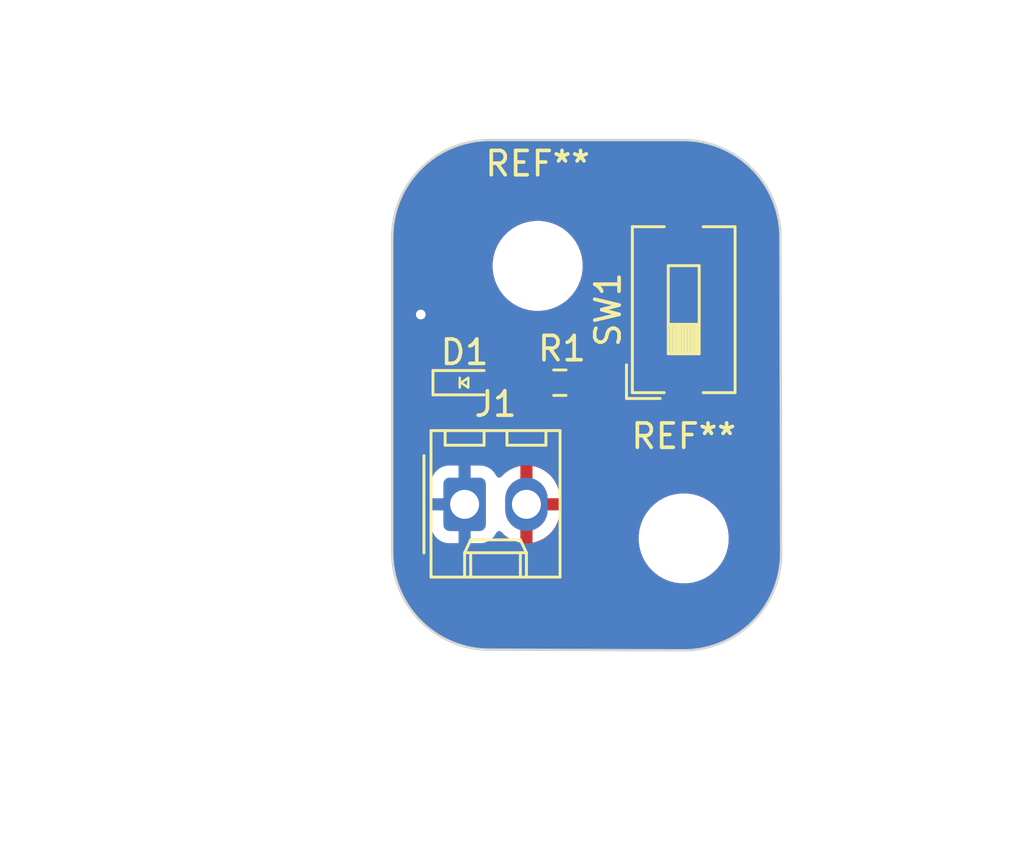
<source format=kicad_pcb>
(kicad_pcb (version 20240108) (generator "pcbnew") (generator_version "8.0")
  (title_block (title "LED PROJECT") (date "2022-08-16") (rev "1.0") (company "Illini Solar Car") (comment 1 "Designed By: Philip Chen"))
  (layers (0 "F.Cu" signal) (31 "B.Cu" signal) (34 "B.Paste" user) (35 "F.Paste" user) (36 "B.SilkS" user "B.Silkscreen") (37 "F.SilkS" user "F.Silkscreen") (38 "B.Mask" user) (39 "F.Mask" user) (44 "Edge.Cuts" user))
  (net 0 "")
  (net 1 "Net-(D1-A)")
  (net 2 "GND")
  (net 3 "+3V3")
  (net 4 "Net-(R1-Pad1)")
  (footprint "MountingHole:MountingHole_3.2mm_M3" (layer "F.Cu") (at 134 80.2)
    (property "Reference" "REF**" (at 0 -4.2 0) (layer "F.SilkS"))
    (property "Value" "MountingHole_3.2mm_M3")
    (pad "" np_thru_hole circle (at 0 0) (size 3.2 3.2) (drill 3.2) (layers "*.Cu" "*.Mask"))
  )
  (footprint "MountingHole:MountingHole_3.2mm_M3" (layer "F.Cu") (at 140 91.4)
    (property "Reference" "REF**" (at 0 -4.2 0) (layer "F.SilkS"))
    (property "Value" "MountingHole_3.2mm_M3")
    (pad "" np_thru_hole circle (at 0 0) (size 3.2 3.2) (drill 3.2) (layers "*.Cu" "*.Mask"))
  )
  (footprint "layout:LED_0603_Symbol_on_F.SilkS" (layer "F.Cu") (at 131 85)
    (property "Reference" "D1" (at 0 -1.25 0) (layer "F.SilkS"))
    (property "Value" "LED_RED")
    (fp_line (start -1.3 -0.5) (end -1.3 0.5) (stroke (width 0.12)) (layer "F.SilkS"))
    (fp_line (start -1.3 -0.5) (end 0.8 -0.5) (stroke (width 0.12)) (layer "F.SilkS"))
    (fp_line (start -1.3 0.5) (end 0.8 0.5) (stroke (width 0.12)) (layer "F.SilkS"))
    (fp_line (start -0.2 -0.2) (end -0.2 0.2) (stroke (width 0.1)) (layer "F.SilkS"))
    (fp_line (start -0.15 0) (end 0.15 -0.2) (stroke (width 0.1)) (layer "F.SilkS"))
    (fp_line (start 0.15 -0.2) (end 0.15 0.2) (stroke (width 0.1)) (layer "F.SilkS"))
    (fp_line (start 0.15 0.2) (end -0.15 0) (stroke (width 0.1)) (layer "F.SilkS"))
    (pad "1" smd rect (at -0.8 0 180) (size 0.8 0.8) (layers "F.Cu" "F.Paste" "F.Mask") (net 2 "GND"))
    (pad "2" smd rect (at 0.8 0 180) (size 0.8 0.8) (layers "F.Cu" "F.Paste" "F.Mask") (net 1 "Net-(D1-A)"))
  )
  (footprint "Button_Switch_SMD:SW_DIP_SPSTx01_Slide_6.7x4.1mm_W8.61mm_P2.54mm_LowProfile" (layer "F.Cu") (at 140 82 90)
    (property "Reference" "SW1" (at 0 -3.11 90) (layer "F.SilkS"))
    (property "Value" "SW_Push")
    (fp_line (start -3.65 -2.35) (end -2.267 -2.35) (stroke (width 0.12)) (layer "F.SilkS"))
    (fp_line (start -3.65 -2.35) (end -3.65 -0.967) (stroke (width 0.12)) (layer "F.SilkS"))
    (fp_line (start 3.41 -2.11) (end 3.41 -0.8) (stroke (width 0.12)) (layer "F.SilkS"))
    (fp_line (start -3.41 -2.11) (end 3.41 -2.11) (stroke (width 0.12)) (layer "F.SilkS"))
    (fp_line (start -3.41 -2.11) (end -3.41 -0.8) (stroke (width 0.12)) (layer "F.SilkS"))
    (fp_line (start 1.81 -0.635) (end -1.81 -0.635) (stroke (width 0.12)) (layer "F.SilkS"))
    (fp_line (start -0.603333 -0.635) (end -0.603333 0.635) (stroke (width 0.12)) (layer "F.SilkS"))
    (fp_line (start -1.81 -0.635) (end -1.81 0.635) (stroke (width 0.12)) (layer "F.SilkS"))
    (fp_line (start -1.81 -0.515) (end -0.603333 -0.515) (stroke (width 0.12)) (layer "F.SilkS"))
    (fp_line (start -1.81 -0.395) (end -0.603333 -0.395) (stroke (width 0.12)) (layer "F.SilkS"))
    (fp_line (start -1.81 -0.275) (end -0.603333 -0.275) (stroke (width 0.12)) (layer "F.SilkS"))
    (fp_line (start -1.81 -0.155) (end -0.603333 -0.155) (stroke (width 0.12)) (layer "F.SilkS"))
    (fp_line (start -1.81 -0.035) (end -0.603333 -0.035) (stroke (width 0.12)) (layer "F.SilkS"))
    (fp_line (start -1.81 0.085) (end -0.603333 0.085) (stroke (width 0.12)) (layer "F.SilkS"))
    (fp_line (start -1.81 0.205) (end -0.603333 0.205) (stroke (width 0.12)) (layer "F.SilkS"))
    (fp_line (start -1.81 0.325) (end -0.603333 0.325) (stroke (width 0.12)) (layer "F.SilkS"))
    (fp_line (start -1.81 0.445) (end -0.603333 0.445) (stroke (width 0.12)) (layer "F.SilkS"))
    (fp_line (start -1.81 0.565) (end -0.603333 0.565) (stroke (width 0.12)) (layer "F.SilkS"))
    (fp_line (start 1.81 0.635) (end 1.81 -0.635) (stroke (width 0.12)) (layer "F.SilkS"))
    (fp_line (start -1.81 0.635) (end 1.81 0.635) (stroke (width 0.12)) (layer "F.SilkS"))
    (fp_line (start 3.41 0.8) (end 3.41 2.11) (stroke (width 0.12)) (layer "F.SilkS"))
    (fp_line (start -3.41 0.8) (end -3.41 2.11) (stroke (width 0.12)) (layer "F.SilkS"))
    (fp_line (start -3.41 2.11) (end 3.41 2.11) (stroke (width 0.12)) (layer "F.SilkS"))
    (pad "1" smd rect (at -4.305 0 90) (size 2.44 1.12) (layers "F.Cu" "F.Paste" "F.Mask") (net 3 "+3V3"))
    (pad "2" smd rect (at 4.305 0 90) (size 2.44 1.12) (layers "F.Cu" "F.Paste" "F.Mask") (net 4 "Net-(R1-Pad1)"))
  )
  (footprint "Connector_Molex:Molex_KK-254_AE-6410-02A_1x02_P2.54mm_Vertical" (layer "F.Cu") (at 131 90)
    (property "Reference" "J1" (at 1.27 -4.12 0) (layer "F.SilkS"))
    (property "Value" "Conn_01x02")
    (fp_line (start -1.67 -2) (end -1.67 2) (stroke (width 0.12)) (layer "F.SilkS"))
    (fp_line (start -1.38 -3.03) (end -1.38 2.99) (stroke (width 0.12)) (layer "F.SilkS"))
    (fp_line (start -1.38 2.99) (end 3.92 2.99) (stroke (width 0.12)) (layer "F.SilkS"))
    (fp_line (start -0.8 -3.03) (end -0.8 -2.43) (stroke (width 0.12)) (layer "F.SilkS"))
    (fp_line (start -0.8 -2.43) (end 0.8 -2.43) (stroke (width 0.12)) (layer "F.SilkS"))
    (fp_line (start 0 1.99) (end 0.25 1.46) (stroke (width 0.12)) (layer "F.SilkS"))
    (fp_line (start 0 1.99) (end 2.54 1.99) (stroke (width 0.12)) (layer "F.SilkS"))
    (fp_line (start 0 2.99) (end 0 1.99) (stroke (width 0.12)) (layer "F.SilkS"))
    (fp_line (start 0.25 1.46) (end 2.29 1.46) (stroke (width 0.12)) (layer "F.SilkS"))
    (fp_line (start 0.25 2.99) (end 0.25 1.99) (stroke (width 0.12)) (layer "F.SilkS"))
    (fp_line (start 0.8 -2.43) (end 0.8 -3.03) (stroke (width 0.12)) (layer "F.SilkS"))
    (fp_line (start 1.74 -3.03) (end 1.74 -2.43) (stroke (width 0.12)) (layer "F.SilkS"))
    (fp_line (start 1.74 -2.43) (end 3.34 -2.43) (stroke (width 0.12)) (layer "F.SilkS"))
    (fp_line (start 2.29 1.46) (end 2.54 1.99) (stroke (width 0.12)) (layer "F.SilkS"))
    (fp_line (start 2.29 2.99) (end 2.29 1.99) (stroke (width 0.12)) (layer "F.SilkS"))
    (fp_line (start 2.54 1.99) (end 2.54 2.99) (stroke (width 0.12)) (layer "F.SilkS"))
    (fp_line (start 3.34 -2.43) (end 3.34 -3.03) (stroke (width 0.12)) (layer "F.SilkS"))
    (fp_line (start 3.92 -3.03) (end -1.38 -3.03) (stroke (width 0.12)) (layer "F.SilkS"))
    (fp_line (start 3.92 2.99) (end 3.92 -3.03) (stroke (width 0.12)) (layer "F.SilkS"))
    (pad "1" thru_hole roundrect (at 0 0) (size 1.74 2.19) (drill 1.19) (layers "*.Cu" "*.Mask") (roundrect_rratio 0.143678) (net 2 "GND"))
    (pad "2" thru_hole oval (at 2.54 0) (size 1.74 2.19) (drill 1.19) (layers "*.Cu" "*.Mask") (net 3 "+3V3"))
  )
  (footprint "Resistor_SMD:R_0603_1608Metric_Pad0.98x0.95mm_HandSolder" (layer "F.Cu") (at 134.9125 85 180)
    (property "Reference" "R1" (at -0.0875 1.4 360) (layer "F.SilkS"))
    (property "Value" "105")
    (fp_line (start -0.254724 0.5225) (end 0.254724 0.5225) (stroke (width 0.12)) (layer "F.SilkS"))
    (fp_line (start -0.254724 -0.5225) (end 0.254724 -0.5225) (stroke (width 0.12)) (layer "F.SilkS"))
    (pad "1" smd roundrect (at -0.9125 0 180) (size 0.975 0.95) (layers "F.Cu" "F.Paste" "F.Mask") (net 4 "Net-(R1-Pad1)"))
    (pad "2" smd roundrect (at 0.9125 0 180) (size 0.975 0.95) (layers "F.Cu" "F.Paste" "F.Mask") (net 1 "Net-(D1-A)"))
  )
  (gr_line (start 140 96) (end 132.028427 95.971573) (stroke (width 0.1)) (layer "Edge.Cuts"))
  (gr_line (start 132.028427 75.028427) (end 139.971573 75.028427) (stroke (width 0.1)) (layer "Edge.Cuts"))
  (gr_arc (start 139.971573 75.028427) (mid 142.8 76.2) (end 143.971573 79.028427) (stroke (width 0.1)) (layer "Edge.Cuts"))
  (gr_arc (start 132.028427 95.971573) (mid 129.2 94.8) (end 128.028427 91.971573) (stroke (width 0.1)) (layer "Edge.Cuts"))
  (gr_arc (start 128.028427 79.028427) (mid 129.2 76.2) (end 132.028427 75.028427) (stroke (width 0.1)) (layer "Edge.Cuts"))
  (gr_line (start 143.971573 79.028427) (end 144 92) (stroke (width 0.1)) (layer "Edge.Cuts"))
  (gr_line (start 128.028427 91.971573) (end 128.028427 79.028427) (stroke (width 0.1)) (layer "Edge.Cuts"))
  (gr_arc (start 144 92) (mid 142.828427 94.828427) (end 140 96) (stroke (width 0.1)) (layer "Edge.Cuts"))
  (segment (start 134 85) (end 131.8 85) (width 0.25) (layer "F.Cu") (net 1))
  (segment (start 130.2 83.2) (end 129.2 82.2) (width 0.25) (layer "F.Cu") (net 2))
  (segment (start 130.2 85) (end 130.2 83.2) (width 0.25) (layer "F.Cu") (net 2))
  (via (at 129.2 82.2) (size 0.8) (drill 0.4) (layers "F.Cu" "B.Cu") (net 2))
  (segment (start 137.6 78.4) (end 137.6 82) (width 0.25) (layer "F.Cu") (net 4))
  (segment (start 135.8 83.8) (end 135.825 83.825) (width 0.25) (layer "F.Cu") (net 4))
  (segment (start 140 77.695) (end 138.305 77.695) (width 0.25) (layer "F.Cu") (net 4))
  (segment (start 137.6 82) (end 135.8 83.8) (width 0.25) (layer "F.Cu") (net 4))
  (segment (start 138.305 77.695) (end 137.6 78.4) (width 0.25) (layer "F.Cu") (net 4))
  (segment (start 135.825 83.825) (end 135.825 85) (width 0.25) (layer "F.Cu") (net 4))
  (zone (net 3) (net_name "+3V3") (layer "F.Cu") (connect_pads (clearance 0.508)) (min_thickness 0.25) (fill yes (thermal_gap 0.5) (thermal_bridge_width 0.5) (island_removal_mode 1) (island_area_min 10))
    (polygon (pts (xy 144 75) (xy 144 96) (xy 128 96) (xy 128 75)))
  )
  (zone (net 2) (net_name "GND") (layer "B.Cu") (priority 1) (connect_pads (clearance 0.508)) (min_thickness 0.25) (fill yes (thermal_gap 0.5) (thermal_bridge_width 0.5) (island_removal_mode 1) (island_area_min 10))
    (polygon (pts (xy 128 75) (xy 144 75) (xy 144 96) (xy 128 96)))
  )
)
</source>
